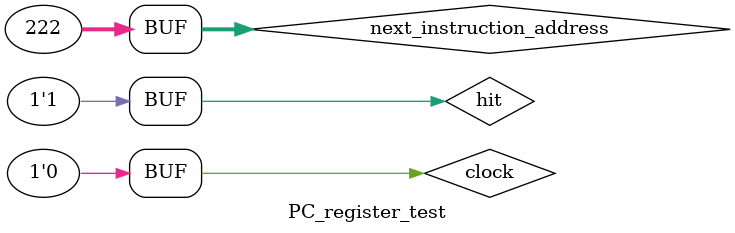
<source format=v>
`timescale 1ns / 1ps

module PC_register_test;

	// Inputs
	reg [31:0] next_instruction_address;
	reg clock;
	reg hit;

	// Outputs
	wire [31:0] instruction_address;

	// Instantiate the Unit Under Test (UUT)
	PC_register uut (
		.next_instruction_address(next_instruction_address), 
		.clock(clock), 
		.hit(hit), 
		.instruction_address(instruction_address)
	);

	initial
		begin
			next_instruction_address = 111;
			clock = 0;
			hit = 0;
			#100;
			clock = 1;
			#100;
			clock = 0;
			#100
			clock = 1;
			hit = 1;
			#100
			clock = 0;
			#100;
			next_instruction_address = 222;
			clock = 1;
			#100;
			clock = 0;
			#100;
		end
		
endmodule

</source>
